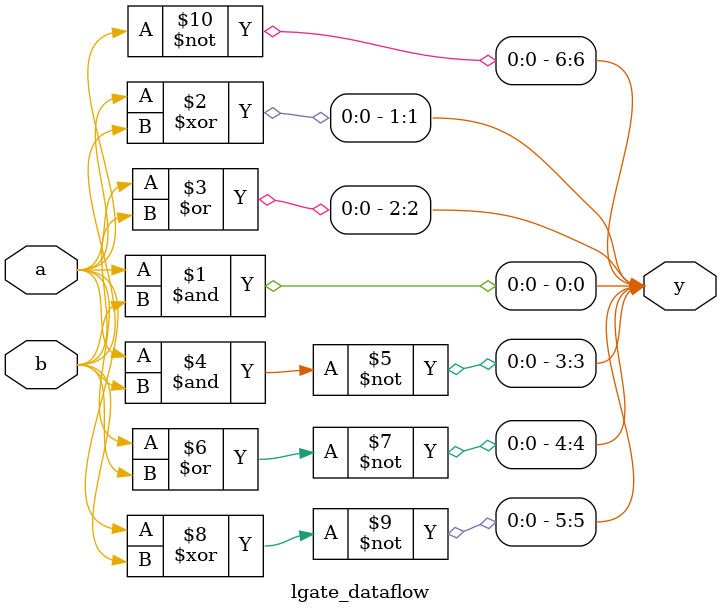
<source format=v>
`timescale 1ns / 1ps
module lgate_dataflow(
    input a, b, 
    output [6:0] y
    );
	 assign y[0] = a & b;
	 assign y[1] = a ^ b;
	 assign y[2] = a | b;
	 assign y[3] = ~(a & b);
	 assign y[4] = ~(a | b);
	 assign y[5] = ~(a ^ b);
	 assign y[6] = ~a;
endmodule

</source>
